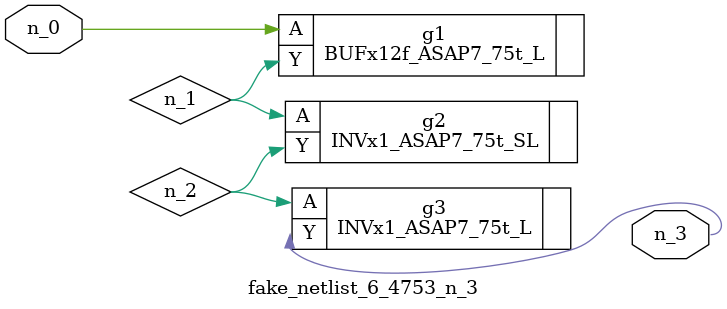
<source format=v>
module fake_netlist_6_4753_n_3 (n_0, n_3);

input n_0;

output n_3;

wire n_1;
wire n_2;

BUFx12f_ASAP7_75t_L g1 ( 
.A(n_0),
.Y(n_1)
);

INVx1_ASAP7_75t_SL g2 ( 
.A(n_1),
.Y(n_2)
);

INVx1_ASAP7_75t_L g3 ( 
.A(n_2),
.Y(n_3)
);


endmodule
</source>
